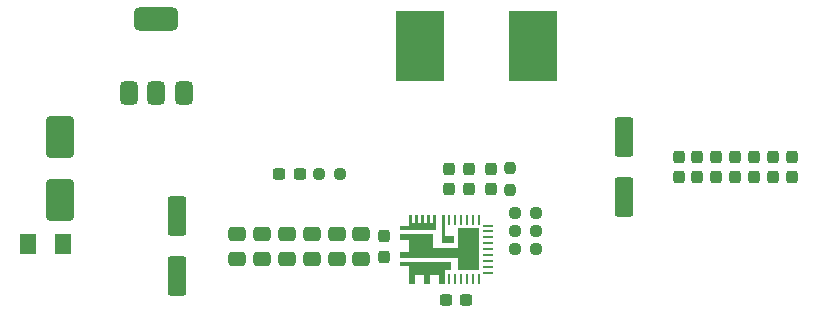
<source format=gbr>
%TF.GenerationSoftware,KiCad,Pcbnew,9.0.4*%
%TF.CreationDate,2025-09-17T13:52:31+02:00*%
%TF.ProjectId,switching_psu,73776974-6368-4696-9e67-5f7073752e6b,rev?*%
%TF.SameCoordinates,Original*%
%TF.FileFunction,Paste,Top*%
%TF.FilePolarity,Positive*%
%FSLAX46Y46*%
G04 Gerber Fmt 4.6, Leading zero omitted, Abs format (unit mm)*
G04 Created by KiCad (PCBNEW 9.0.4) date 2025-09-17 13:52:31*
%MOMM*%
%LPD*%
G01*
G04 APERTURE LIST*
G04 Aperture macros list*
%AMRoundRect*
0 Rectangle with rounded corners*
0 $1 Rounding radius*
0 $2 $3 $4 $5 $6 $7 $8 $9 X,Y pos of 4 corners*
0 Add a 4 corners polygon primitive as box body*
4,1,4,$2,$3,$4,$5,$6,$7,$8,$9,$2,$3,0*
0 Add four circle primitives for the rounded corners*
1,1,$1+$1,$2,$3*
1,1,$1+$1,$4,$5*
1,1,$1+$1,$6,$7*
1,1,$1+$1,$8,$9*
0 Add four rect primitives between the rounded corners*
20,1,$1+$1,$2,$3,$4,$5,0*
20,1,$1+$1,$4,$5,$6,$7,0*
20,1,$1+$1,$6,$7,$8,$9,0*
20,1,$1+$1,$8,$9,$2,$3,0*%
G04 Aperture macros list end*
%ADD10C,0.000000*%
%ADD11RoundRect,0.237500X0.250000X0.237500X-0.250000X0.237500X-0.250000X-0.237500X0.250000X-0.237500X0*%
%ADD12RoundRect,0.237500X-0.300000X-0.237500X0.300000X-0.237500X0.300000X0.237500X-0.300000X0.237500X0*%
%ADD13RoundRect,0.237500X-0.237500X0.300000X-0.237500X-0.300000X0.237500X-0.300000X0.237500X0.300000X0*%
%ADD14RoundRect,0.250000X-0.550000X1.412500X-0.550000X-1.412500X0.550000X-1.412500X0.550000X1.412500X0*%
%ADD15RoundRect,0.250001X-0.462499X-0.624999X0.462499X-0.624999X0.462499X0.624999X-0.462499X0.624999X0*%
%ADD16RoundRect,0.250000X0.475000X-0.337500X0.475000X0.337500X-0.475000X0.337500X-0.475000X-0.337500X0*%
%ADD17R,0.508000X0.812800*%
%ADD18R,0.254000X0.812800*%
%ADD19R,0.812800X0.254000*%
%ADD20R,0.812800X0.304800*%
%ADD21R,0.812800X0.508000*%
%ADD22RoundRect,0.237500X0.237500X-0.300000X0.237500X0.300000X-0.237500X0.300000X-0.237500X-0.300000X0*%
%ADD23RoundRect,0.250000X0.550000X-1.412500X0.550000X1.412500X-0.550000X1.412500X-0.550000X-1.412500X0*%
%ADD24R,4.100000X6.000000*%
%ADD25RoundRect,0.375000X0.375000X-0.625000X0.375000X0.625000X-0.375000X0.625000X-0.375000X-0.625000X0*%
%ADD26RoundRect,0.500000X1.400000X-0.500000X1.400000X0.500000X-1.400000X0.500000X-1.400000X-0.500000X0*%
%ADD27RoundRect,0.237500X0.237500X-0.250000X0.237500X0.250000X-0.237500X0.250000X-0.237500X-0.250000X0*%
%ADD28RoundRect,0.250000X0.900000X-1.500000X0.900000X1.500000X-0.900000X1.500000X-0.900000X-1.500000X0*%
G04 APERTURE END LIST*
D10*
%TO.C,U1*%
G36*
X149102154Y-100314040D02*
G01*
X149914954Y-100314040D01*
X149914954Y-100923640D01*
X148848154Y-100923640D01*
X148848154Y-98520800D01*
X149102154Y-98520800D01*
X149102154Y-100314040D01*
G37*
G36*
X152002834Y-103181700D02*
G01*
X150224834Y-103181700D01*
X150224834Y-102153000D01*
X145342954Y-102153000D01*
X145342954Y-101645000D01*
X146099874Y-101645000D01*
X146099874Y-100682340D01*
X145342954Y-100682340D01*
X145342954Y-100174340D01*
X148144574Y-100174340D01*
X148144574Y-101322420D01*
X150224834Y-101322420D01*
X150224834Y-99676500D01*
X152002834Y-99676500D01*
X152002834Y-103181700D01*
G37*
G36*
X149625394Y-103179160D02*
G01*
X149109774Y-103179160D01*
X149109774Y-104337400D01*
X148601774Y-104337400D01*
X148601774Y-103616040D01*
X147857554Y-103616040D01*
X147857554Y-104337400D01*
X147349554Y-104337400D01*
X147349554Y-103616040D01*
X146607874Y-103616040D01*
X146607874Y-104337400D01*
X146099874Y-104337400D01*
X146099874Y-102810860D01*
X145342954Y-102810860D01*
X145342954Y-102506060D01*
X149625394Y-102506060D01*
X149625394Y-103179160D01*
G37*
G36*
X146356414Y-99226920D02*
G01*
X146602794Y-99226920D01*
X146602794Y-98520800D01*
X146856794Y-98520800D01*
X146856794Y-99226920D01*
X147103174Y-99226920D01*
X147103174Y-98520800D01*
X147357174Y-98520800D01*
X147357174Y-99226920D01*
X147603554Y-99226920D01*
X147603554Y-98520800D01*
X147857554Y-98520800D01*
X147857554Y-99226920D01*
X148101394Y-99226920D01*
X148101394Y-98520800D01*
X148355394Y-98520800D01*
X148355394Y-99780640D01*
X145342954Y-99780640D01*
X145342954Y-99475840D01*
X146102414Y-99475840D01*
X146102414Y-98520800D01*
X146356414Y-98520800D01*
X146356414Y-99226920D01*
G37*
%TD*%
D11*
%TO.C,R1*%
X138450000Y-95100000D03*
X140275000Y-95100000D03*
%TD*%
D12*
%TO.C,C10*%
X136825000Y-95100000D03*
X135100000Y-95100000D03*
%TD*%
D13*
%TO.C,C12*%
X175300000Y-95362500D03*
X175300000Y-93637500D03*
%TD*%
%TO.C,C18*%
X176900000Y-95362500D03*
X176900000Y-93637500D03*
%TD*%
%TO.C,C16*%
X168900000Y-95362500D03*
X168900000Y-93637500D03*
%TD*%
%TO.C,C14*%
X172100000Y-95362500D03*
X172100000Y-93637500D03*
%TD*%
%TO.C,C17*%
X178500000Y-95362500D03*
X178500000Y-93637500D03*
%TD*%
D14*
%TO.C,C11*%
X164249354Y-91962500D03*
X164249354Y-97037500D03*
%TD*%
D13*
%TO.C,C13*%
X173700000Y-95362500D03*
X173700000Y-93637500D03*
%TD*%
%TO.C,C15*%
X170500000Y-95362500D03*
X170500000Y-93637500D03*
%TD*%
D15*
%TO.C,F1*%
X116787500Y-101000000D03*
X113812500Y-101000000D03*
%TD*%
D16*
%TO.C,C4*%
X133649354Y-102236500D03*
X133649354Y-100161500D03*
%TD*%
D17*
%TO.C,U1*%
X146353874Y-103931000D03*
X147603554Y-103931000D03*
X148855774Y-103931000D03*
D18*
X149475534Y-103931000D03*
X149973374Y-103931000D03*
X150473754Y-103931000D03*
X150974134Y-103931000D03*
X151474514Y-103931000D03*
X151974894Y-103931000D03*
D19*
X152759754Y-103428080D03*
X152759754Y-102930240D03*
X152759754Y-102429860D03*
X152759754Y-101929480D03*
X152759754Y-101429100D03*
X152759754Y-100928720D03*
X152759754Y-100428340D03*
X152759754Y-99927960D03*
X152759754Y-99430120D03*
D18*
X151974894Y-98927200D03*
X151474514Y-98927200D03*
X150974134Y-98927200D03*
X150473754Y-98927200D03*
X149973374Y-98927200D03*
X149475534Y-98927200D03*
X148975154Y-98927200D03*
X148228394Y-98927200D03*
X147730554Y-98927200D03*
X147230174Y-98927200D03*
X146729794Y-98927200D03*
X146229414Y-98927200D03*
D20*
X145749354Y-99628240D03*
D21*
X145749354Y-100428340D03*
X145749354Y-101899000D03*
D20*
X145749354Y-102658460D03*
%TD*%
D16*
%TO.C,C6*%
X137849354Y-102236500D03*
X137849354Y-100161500D03*
%TD*%
%TO.C,C5*%
X135749354Y-102236500D03*
X135749354Y-100161500D03*
%TD*%
D11*
%TO.C,R5*%
X156874354Y-98399000D03*
X155049354Y-98399000D03*
%TD*%
%TO.C,R3*%
X156874354Y-101399000D03*
X155049354Y-101399000D03*
%TD*%
D12*
%TO.C,C1*%
X149192054Y-105730120D03*
X150917054Y-105730120D03*
%TD*%
D22*
%TO.C,C2*%
X143949354Y-102061500D03*
X143949354Y-100336500D03*
%TD*%
D13*
%TO.C,C19*%
X153049354Y-94636500D03*
X153049354Y-96361500D03*
%TD*%
D11*
%TO.C,R4*%
X156874354Y-99899000D03*
X155049354Y-99899000D03*
%TD*%
D23*
%TO.C,C9*%
X126449354Y-103736500D03*
X126449354Y-98661500D03*
%TD*%
D13*
%TO.C,C21*%
X149449354Y-94636500D03*
X149449354Y-96361500D03*
%TD*%
D16*
%TO.C,C8*%
X142039354Y-102236500D03*
X142039354Y-100161500D03*
%TD*%
D24*
%TO.C,L1*%
X147050000Y-84200000D03*
X156550000Y-84200000D03*
%TD*%
D25*
%TO.C,U3*%
X122400000Y-88212500D03*
X124700000Y-88212500D03*
D26*
X124700000Y-81912500D03*
D25*
X127000000Y-88212500D03*
%TD*%
D16*
%TO.C,C7*%
X139949354Y-102236500D03*
X139949354Y-100161500D03*
%TD*%
D13*
%TO.C,C20*%
X151149354Y-94636500D03*
X151149354Y-96361500D03*
%TD*%
D27*
%TO.C,R2*%
X154649354Y-96411500D03*
X154649354Y-94586500D03*
%TD*%
D16*
%TO.C,C3*%
X131549354Y-102236500D03*
X131549354Y-100161500D03*
%TD*%
D28*
%TO.C,D1*%
X116500000Y-97300000D03*
X116500000Y-91900000D03*
%TD*%
M02*

</source>
